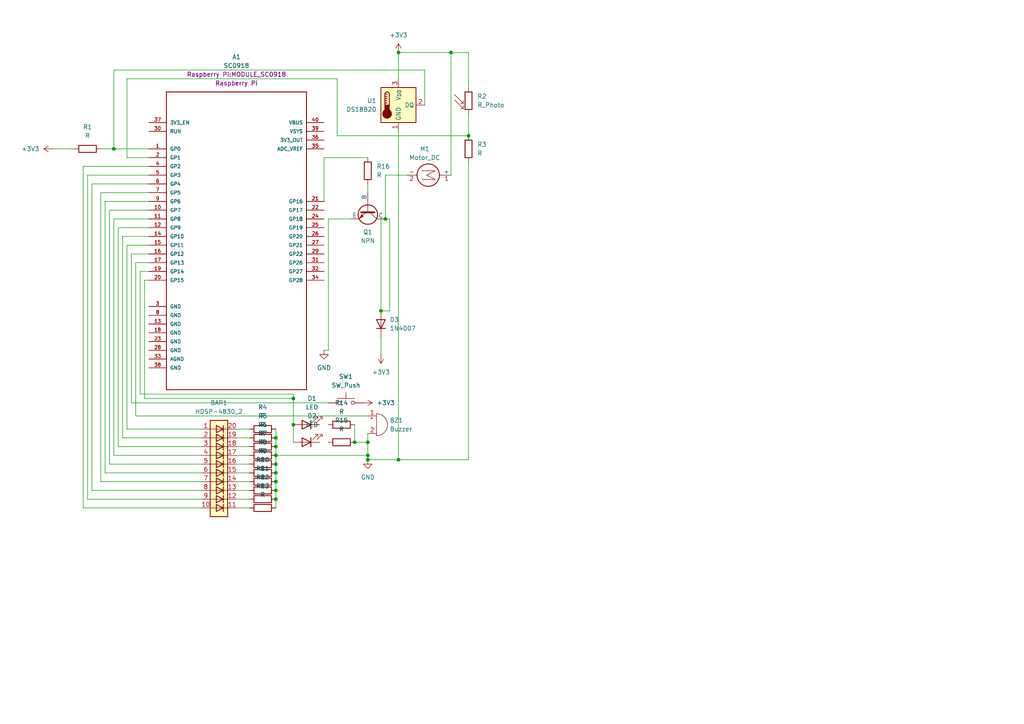
<source format=kicad_sch>
(kicad_sch (version 20231120) (generator "eeschema") (generator_version "8.0")
  (paper "A4")
  (lib_symbols
    (symbol "Device:Buzzer" (pin_names (offset 0.0254) hide)
      (property "Reference" "BZ" (at 3.81 1.27 0))
      (property "Value" "Buzzer" (at 3.81 -1.27 0))
      (symbol "Buzzer_0_1"
        (arc (start 0 -3.175) (mid 3.1612 0) (end 0 3.175))
        (polyline (pts (xy -1.651 1.905) (xy -1.143 1.905)))
        (polyline (pts (xy -1.397 2.159) (xy -1.397 1.651)))
        (polyline (pts (xy 0 3.175) (xy 0 -3.175)))
      )
      (symbol "Buzzer_1_1"
        (pin passive line (at -2.54 2.54 0) (length 2.54) (name "+") (number "1"))
        (pin passive line (at -2.54 -2.54 0) (length 2.54) (name "-") (number "2"))
      )
    )
    (symbol "Device:LED" (pin_numbers hide) (pin_names (offset 1.016) hide)
      (property "Reference" "D" (at 0 2.54 0))
      (property "Value" "LED" (at 0 -2.54 0))
      (symbol "LED_0_1"
        (polyline (pts (xy -1.27 -1.27) (xy -1.27 1.27)) (stroke (width 0.254)))
        (polyline (pts (xy -1.27 0) (xy 1.27 0)))
        (polyline (pts (xy 1.27 -1.27) (xy 1.27 1.27) (xy -1.27 0) (xy 1.27 -1.27)) (stroke (width 0.254)))
        (polyline (pts (xy -3.048 -0.762) (xy -4.572 -2.286) (xy -3.81 -2.286) (xy -4.572 -2.286) (xy -4.572 -1.524)))
        (polyline (pts (xy -1.778 -0.762) (xy -3.302 -2.286) (xy -2.54 -2.286) (xy -3.302 -2.286) (xy -3.302 -1.524)))
      )
      (symbol "LED_1_1"
        (pin passive line (at -3.81 0 0) (length 2.54) (name "K") (number "1"))
        (pin passive line (at 3.81 0 180) (length 2.54) (name "A") (number "2"))
      )
    )
    (symbol "Device:R" (pin_numbers hide) (pin_names (offset 0))
      (property "Reference" "R" (at 2.032 0 90))
      (property "Value" "R" (at 0 0 90))
      (symbol "R_0_1"
        (rectangle (start -1.016 -2.54) (end 1.016 2.54) (stroke (width 0.254)))
      )
      (symbol "R_1_1"
        (pin passive line (at 0 3.81 270) (length 1.27) (name "~") (number "1"))
        (pin passive line (at 0 -3.81 90) (length 1.27) (name "~") (number "2"))
      )
    )
    (symbol "Device:R_Photo" (pin_numbers hide) (pin_names (offset 0))
      (property "Reference" "R" (at 1.27 1.27 0))
      (property "Value" "R_Photo" (at 1.27 0 0))
      (symbol "R_Photo_0_1"
        (rectangle (start -1.016 2.54) (end 1.016 -2.54) (stroke (width 0.254)))
        (polyline (pts (xy -1.524 -2.286) (xy -4.064 0.254)))
        (polyline (pts (xy -1.524 -2.286) (xy -2.286 -2.286)))
        (polyline (pts (xy -1.524 -2.286) (xy -1.524 -1.524)))
        (polyline (pts (xy -1.524 -0.762) (xy -4.064 1.778)))
        (polyline (pts (xy -1.524 -0.762) (xy -2.286 -0.762)))
        (polyline (pts (xy -1.524 -0.762) (xy -1.524 0)))
      )
      (symbol "R_Photo_1_1"
        (pin passive line (at 0 3.81 270) (length 1.27) (name "~") (number "1"))
        (pin passive line (at 0 -3.81 90) (length 1.27) (name "~") (number "2"))
      )
    )
    (symbol "Diode:1N4007" (pin_numbers hide) (pin_names hide)
      (property "Reference" "D" (at 0 2.54 0))
      (property "Value" "1N4007" (at 0 -2.54 0))
      (symbol "1N4007_0_1"
        (polyline (pts (xy -1.27 1.27) (xy -1.27 -1.27)) (stroke (width 0.254)))
        (polyline (pts (xy 1.27 0) (xy -1.27 0)))
        (polyline (pts (xy 1.27 1.27) (xy 1.27 -1.27) (xy -1.27 0) (xy 1.27 1.27)) (stroke (width 0.254)))
      )
      (symbol "1N4007_1_1"
        (pin passive line (at -3.81 0 0) (length 2.54) (name "K") (number "1"))
        (pin passive line (at 3.81 0 180) (length 2.54) (name "A") (number "2"))
      )
    )
    (symbol "LED:HDSP-4830_2" (pin_names (offset 1.016) hide)
      (property "Reference" "BAR" (at 0 15.24 0))
      (property "Value" "HDSP-4830_2" (at 0 -17.78 0))
      (symbol "HDSP-4830_2_0_1"
        (rectangle (start -2.54 12.7) (end 2.54 -15.24) (stroke (width 0.254)) (fill (type background)))
        (polyline (pts (xy -2.54 -12.7) (xy 2.54 -12.7)))
        (polyline (pts (xy -2.54 -10.16) (xy 2.54 -10.16)))
        (polyline (pts (xy -2.54 -7.62) (xy 2.54 -7.62)))
        (polyline (pts (xy -2.54 -5.08) (xy 2.54 -5.08)))
        (polyline (pts (xy -2.54 0) (xy 2.54 0)))
        (polyline (pts (xy -2.54 5.08) (xy 2.54 5.08)))
        (polyline (pts (xy -2.54 7.62) (xy 2.54 7.62)))
        (polyline (pts (xy -2.54 10.16) (xy 2.54 10.16)))
        (polyline (pts (xy 1.27 -11.684) (xy 1.27 -13.716)) (stroke (width 0.254)))
        (polyline (pts (xy 1.27 -9.144) (xy 1.27 -11.176)) (stroke (width 0.254)))
        (polyline (pts (xy 1.27 -6.604) (xy 1.27 -8.636)) (stroke (width 0.254)))
        (polyline (pts (xy 1.27 -4.064) (xy 1.27 -6.096)) (stroke (width 0.254)))
        (polyline (pts (xy 1.27 -1.524) (xy 1.27 -3.556)) (stroke (width 0.254)))
        (polyline (pts (xy 1.27 1.016) (xy 1.27 -1.016)) (stroke (width 0.254)))
        (polyline (pts (xy 1.27 3.556) (xy 1.27 1.524)) (stroke (width 0.254)))
        (polyline (pts (xy 1.27 6.096) (xy 1.27 4.064)) (stroke (width 0.254)))
        (polyline (pts (xy 1.27 8.636) (xy 1.27 6.604)) (stroke (width 0.254)))
        (polyline (pts (xy 1.27 11.176) (xy 1.27 9.144)) (stroke (width 0.254)))
        (polyline (pts (xy 2.54 -2.54) (xy -2.54 -2.54)))
        (polyline (pts (xy 2.54 2.54) (xy -2.54 2.54)))
        (polyline (pts (xy -0.762 -11.684) (xy -0.762 -13.716) (xy 1.27 -12.7) (xy -0.762 -11.684)) (stroke (width 0.254)))
        (polyline (pts (xy -0.762 -9.144) (xy -0.762 -11.176) (xy 1.27 -10.16) (xy -0.762 -9.144)) (stroke (width 0.254)))
        (polyline (pts (xy -0.762 -6.604) (xy -0.762 -8.636) (xy 1.27 -7.62) (xy -0.762 -6.604)) (stroke (width 0.254)))
        (polyline (pts (xy -0.762 -4.064) (xy -0.762 -6.096) (xy 1.27 -5.08) (xy -0.762 -4.064)) (stroke (width 0.254)))
        (polyline (pts (xy -0.762 -1.524) (xy -0.762 -3.556) (xy 1.27 -2.54) (xy -0.762 -1.524)) (stroke (width 0.254)))
        (polyline (pts (xy -0.762 1.016) (xy -0.762 -1.016) (xy 1.27 0) (xy -0.762 1.016)) (stroke (width 0.254)))
        (polyline (pts (xy -0.762 3.556) (xy -0.762 1.524) (xy 1.27 2.54) (xy -0.762 3.556)) (stroke (width 0.254)))
        (polyline (pts (xy -0.762 6.096) (xy -0.762 4.064) (xy 1.27 5.08) (xy -0.762 6.096)) (stroke (width 0.254)))
        (polyline (pts (xy -0.762 8.636) (xy -0.762 6.604) (xy 1.27 7.62) (xy -0.762 8.636)) (stroke (width 0.254)))
        (polyline (pts (xy -0.762 11.176) (xy -0.762 9.144) (xy 1.27 10.16) (xy -0.762 11.176)) (stroke (width 0.254)))
      )
      (symbol "HDSP-4830_2_1_1"
        (pin passive line (at -5.08 10.16 0) (length 2.54) (name "A") (number "1"))
        (pin passive line (at -5.08 -12.7 0) (length 2.54) (name "A") (number "10"))
        (pin passive line (at 5.08 -12.7 180) (length 2.54) (name "K") (number "11"))
        (pin passive line (at 5.08 -10.16 180) (length 2.54) (name "K") (number "12"))
        (pin passive line (at 5.08 -7.62 180) (length 2.54) (name "K") (number "13"))
        (pin passive line (at 5.08 -5.08 180) (length 2.54) (name "K") (number "14"))
        (pin passive line (at 5.08 -2.54 180) (length 2.54) (name "K") (number "15"))
        (pin passive line (at 5.08 0 180) (length 2.54) (name "K") (number "16"))
        (pin passive line (at 5.08 2.54 180) (length 2.54) (name "K") (number "17"))
        (pin passive line (at 5.08 5.08 180) (length 2.54) (name "K") (number "18"))
        (pin passive line (at 5.08 7.62 180) (length 2.54) (name "K") (number "19"))
        (pin passive line (at -5.08 7.62 0) (length 2.54) (name "A") (number "2"))
        (pin passive line (at 5.08 10.16 180) (length 2.54) (name "K") (number "20"))
        (pin passive line (at -5.08 5.08 0) (length 2.54) (name "A") (number "3"))
        (pin passive line (at -5.08 2.54 0) (length 2.54) (name "A") (number "4"))
        (pin passive line (at -5.08 0 0) (length 2.54) (name "A") (number "5"))
        (pin passive line (at -5.08 -2.54 0) (length 2.54) (name "A") (number "6"))
        (pin passive line (at -5.08 -5.08 0) (length 2.54) (name "A") (number "7"))
        (pin passive line (at -5.08 -7.62 0) (length 2.54) (name "A") (number "8"))
        (pin passive line (at -5.08 -10.16 0) (length 2.54) (name "A") (number "9"))
      )
    )
    (symbol "Motor:Motor_DC" (pin_names (offset 0))
      (property "Reference" "M" (at 2.54 2.54 0))
      (property "Value" "Motor_DC" (at 2.54 -5.08 0))
      (symbol "Motor_DC_0_0"
        (polyline (pts (xy -1.27 -3.302) (xy -1.27 0.508) (xy 0 -2.032) (xy 1.27 0.508) (xy 1.27 -3.302)))
      )
      (symbol "Motor_DC_0_1"
        (circle (center 0 -1.524) (radius 3.2512) (stroke (width 0.254)))
        (polyline (pts (xy 0 -7.62) (xy 0 -7.112)))
        (polyline (pts (xy 0 -4.7752) (xy 0 -5.1816)))
        (polyline (pts (xy 0 1.7272) (xy 0 2.0828)))
        (polyline (pts (xy 0 2.032) (xy 0 2.54)))
      )
      (symbol "Motor_DC_1_1"
        (pin passive line (at 0 5.08 270) (length 2.54) (name "+") (number "1"))
        (pin passive line (at 0 -7.62 90) (length 2.54) (name "-") (number "2"))
      )
    )
    (symbol "Pico_w:SC0918" (pin_names (offset 1.016))
      (property "Reference" "A1" (at 0 58.42 0))
      (property "Value" "SC0918" (at 0 55.88 0))
      (property "Footprint" "Raspberry Pi:MODULE_SC0918" (at -12.7 -46.99 0))
      (property "manufacturer" "Raspberry Pi" (at 0 53.34 0))
      (symbol "SC0918_0_0"
        (rectangle (start -20.32 -43.18) (end 20.32 43.18) (stroke (width 0.254)))
        (pin bidirectional line (at -25.4 26.67 0) (length 5.08) (name "GP0") (number "1"))
        (pin bidirectional line (at -25.4 8.89 0) (length 5.08) (name "GP7") (number "10"))
        (pin bidirectional line (at -25.4 6.35 0) (length 5.08) (name "GP8") (number "11"))
        (pin bidirectional line (at -25.4 3.81 0) (length 5.08) (name "GP9") (number "12"))
        (pin power_in line (at -25.4 -24.13 0) (length 5.08) (name "GND") (number "13"))
        (pin bidirectional line (at -25.4 1.27 0) (length 5.08) (name "GP10") (number "14"))
        (pin bidirectional line (at -25.4 -1.27 0) (length 5.08) (name "GP11") (number "15"))
        (pin bidirectional line (at -25.4 -3.81 0) (length 5.08) (name "GP12") (number "16"))
        (pin bidirectional line (at -25.4 -6.35 0) (length 5.08) (name "GP13") (number "17"))
        (pin power_in line (at -25.4 -26.67 0) (length 5.08) (name "GND") (number "18"))
        (pin bidirectional line (at -25.4 -8.89 0) (length 5.08) (name "GP14") (number "19"))
        (pin bidirectional line (at -25.4 24.13 0) (length 5.08) (name "GP1") (number "2"))
        (pin bidirectional line (at -25.4 -11.43 0) (length 5.08) (name "GP15") (number "20"))
        (pin bidirectional line (at 25.4 11.43 180) (length 5.08) (name "GP16") (number "21"))
        (pin bidirectional line (at 25.4 8.89 180) (length 5.08) (name "GP17") (number "22"))
        (pin power_in line (at -25.4 -29.21 0) (length 5.08) (name "GND") (number "23"))
        (pin bidirectional line (at 25.4 6.35 180) (length 5.08) (name "GP18") (number "24"))
        (pin bidirectional line (at 25.4 3.81 180) (length 5.08) (name "GP19") (number "25"))
        (pin bidirectional line (at 25.4 1.27 180) (length 5.08) (name "GP20") (number "26"))
        (pin bidirectional line (at 25.4 -1.27 180) (length 5.08) (name "GP21") (number "27"))
        (pin power_in line (at -25.4 -31.75 0) (length 5.08) (name "GND") (number "28"))
        (pin bidirectional line (at 25.4 -3.81 180) (length 5.08) (name "GP22") (number "29"))
        (pin power_in line (at -25.4 -19.05 0) (length 5.08) (name "GND") (number "3"))
        (pin input line (at -25.4 31.75 0) (length 5.08) (name "RUN") (number "30"))
        (pin bidirectional line (at 25.4 -6.35 180) (length 5.08) (name "GP26") (number "31"))
        (pin bidirectional line (at 25.4 -8.89 180) (length 5.08) (name "GP27") (number "32"))
        (pin power_in line (at -25.4 -34.29 0) (length 5.08) (name "AGND") (number "33"))
        (pin bidirectional line (at 25.4 -11.43 180) (length 5.08) (name "GP28") (number "34"))
        (pin power_in line (at 25.4 26.67 180) (length 5.08) (name "ADC_VREF") (number "35"))
        (pin power_in line (at 25.4 29.21 180) (length 5.08) (name "3V3_OUT") (number "36"))
        (pin input line (at -25.4 34.29 0) (length 5.08) (name "3V3_EN") (number "37"))
        (pin power_in line (at -25.4 -36.83 0) (length 5.08) (name "GND") (number "38"))
        (pin free line (at 25.4 31.75 180) (length 5.08) (name "VSYS") (number "39"))
        (pin bidirectional line (at -25.4 21.59 0) (length 5.08) (name "GP2") (number "4"))
        (pin free line (at 25.4 34.29 180) (length 5.08) (name "VBUS") (number "40"))
        (pin bidirectional line (at -25.4 19.05 0) (length 5.08) (name "GP3") (number "5"))
        (pin bidirectional line (at -25.4 16.51 0) (length 5.08) (name "GP4") (number "6"))
        (pin bidirectional line (at -25.4 13.97 0) (length 5.08) (name "GP5") (number "7"))
        (pin power_in line (at -25.4 -21.59 0) (length 5.08) (name "GND") (number "8"))
        (pin bidirectional line (at -25.4 11.43 0) (length 5.08) (name "GP6") (number "9"))
      )
    )
    (symbol "Sensor_Temperature:DS18B20"
      (property "Reference" "U" (at -3.81 6.35 0))
      (property "Value" "DS18B20" (at 6.35 6.35 0))
      (symbol "DS18B20_0_1"
        (rectangle (start -5.08 5.08) (end 5.08 -5.08) (stroke (width 0.254)) (fill (type background)))
        (circle (center -3.302 -2.54) (radius 1.27) (stroke (width 0.254)) (fill (type outline)))
        (rectangle (start -2.667 -1.905) (end -3.937 0) (stroke (width 0.254)) (fill (type outline)))
        (arc (start -2.667 3.175) (mid -3.302 3.8073) (end -3.937 3.175) (stroke (width 0.254)))
        (polyline (pts (xy -3.937 0.635) (xy -3.302 0.635)) (stroke (width 0.254)))
        (polyline (pts (xy -3.937 1.27) (xy -3.302 1.27)) (stroke (width 0.254)))
        (polyline (pts (xy -3.937 1.905) (xy -3.302 1.905)) (stroke (width 0.254)))
        (polyline (pts (xy -3.937 2.54) (xy -3.302 2.54)) (stroke (width 0.254)))
        (polyline (pts (xy -3.937 3.175) (xy -3.937 0)) (stroke (width 0.254)))
        (polyline (pts (xy -3.937 3.175) (xy -3.302 3.175)) (stroke (width 0.254)))
        (polyline (pts (xy -2.667 3.175) (xy -2.667 0)) (stroke (width 0.254)))
      )
      (symbol "DS18B20_1_1"
        (pin power_in line (at 0 -7.62 90) (length 2.54) (name "GND") (number "1"))
        (pin bidirectional line (at 7.62 0 180) (length 2.54) (name "DQ") (number "2"))
        (pin power_in line (at 0 7.62 270) (length 2.54) (name "V_{DD}") (number "3"))
      )
    )
    (symbol "Simulation_SPICE:NPN" (pin_numbers hide) (pin_names (offset 0))
      (property "Reference" "Q" (at -2.54 7.62 0))
      (property "Value" "NPN" (at -2.54 5.08 0))
      (symbol "NPN_0_1"
        (polyline (pts (xy -2.54 0) (xy 0.635 0)) (stroke (width 0.1524)))
        (polyline (pts (xy 0.635 0.635) (xy 2.54 2.54)))
        (polyline (pts (xy 2.794 -1.27) (xy 2.794 -1.27)) (stroke (width 0.1524)))
        (polyline (pts (xy 2.794 -1.27) (xy 2.794 -1.27)) (stroke (width 0.1524)))
        (polyline (pts (xy 0.635 -0.635) (xy 2.54 -2.54) (xy 2.54 -2.54)))
        (polyline (pts (xy 0.635 1.905) (xy 0.635 -1.905) (xy 0.635 -1.905)) (stroke (width 0.508)))
        (polyline (pts (xy 1.27 -1.778) (xy 1.778 -1.27) (xy 2.286 -2.286) (xy 1.27 -1.778) (xy 1.27 -1.778)) (fill (type outline)))
        (circle (center 1.27 0) (radius 2.8194) (stroke (width 0.254)))
      )
      (symbol "NPN_1_1"
        (pin open_collector line (at 2.54 5.08 270) (length 2.54) (name "C") (number "1"))
        (pin input line (at -5.08 0 0) (length 2.54) (name "B") (number "2"))
        (pin open_emitter line (at 2.54 -5.08 90) (length 2.54) (name "E") (number "3"))
      )
    )
    (symbol "Switch:SW_Push" (pin_numbers hide) (pin_names (offset 1.016) hide)
      (property "Reference" "SW" (at 1.27 2.54 0))
      (property "Value" "SW_Push" (at 0 -1.524 0))
      (symbol "SW_Push_0_1"
        (circle (center -2.032 0) (radius 0.508))
        (polyline (pts (xy 0 1.27) (xy 0 3.048)))
        (polyline (pts (xy 2.54 1.27) (xy -2.54 1.27)))
        (circle (center 2.032 0) (radius 0.508))
        (pin passive line (at -5.08 0 0) (length 2.54) (name "1") (number "1"))
        (pin passive line (at 5.08 0 180) (length 2.54) (name "2") (number "2"))
      )
    )
    (symbol "power:+3V3" (power) (pin_numbers hide) (pin_names (offset 0) hide)
      (property "Value" "+3V3" (at 0 3.556 0))
      (symbol "+3V3_0_1"
        (polyline (pts (xy -0.762 1.27) (xy 0 2.54)))
        (polyline (pts (xy 0 0) (xy 0 2.54)))
        (polyline (pts (xy 0 2.54) (xy 0.762 1.27)))
      )
      (symbol "+3V3_1_1"
        (pin power_in line (at 0 0 90) (length 0) (name "~") (number "1"))
      )
    )
    (symbol "power:GND" (power) (pin_numbers hide) (pin_names (offset 0) hide)
      (property "Value" "GND" (at 0 -3.81 0))
      (symbol "GND_0_1"
        (polyline (pts (xy 0 0) (xy 0 -1.27) (xy 1.27 -1.27) (xy 0 -2.54) (xy -1.27 -1.27) (xy 0 -1.27)))
      )
      (symbol "GND_1_1"
        (pin power_in line (at 0 0 270) (length 0) (name "~") (number "1"))
      )
    )
  )
  (junction (at 106.68 128.27))
  (junction (at 80.01 142.24))
  (junction (at 110.49 90.17))
  (junction (at 115.57 133.35))
  (junction (at 85.09 115.57))
  (junction (at 80.01 134.62))
  (junction (at 80.01 137.16))
  (junction (at 80.01 132.08))
  (junction (at 80.01 129.54))
  (junction (at 80.01 144.78))
  (junction (at 135.89 39.37))
  (junction (at 102.87 128.27))
  (junction (at 106.68 132.08))
  (junction (at 80.01 139.7))
  (junction (at 80.01 127))
  (junction (at 33.02 43.18))
  (junction (at 130.81 15.24))
  (junction (at 111.76 63.5))
  (junction (at 106.68 133.35))
  (junction (at 115.57 15.24))
  (junction (at 85.09 123.19))
  (wire (pts (xy 113.03 90.17) (xy 113.03 63.5)))
  (wire (pts (xy 33.02 43.18) (xy 43.18 43.18)))
  (wire (pts (xy 68.58 132.08) (xy 72.39 132.08)))
  (wire (pts (xy 85.09 123.19) (xy 85.09 128.27)))
  (wire (pts (xy 31.75 134.62) (xy 31.75 60.96)))
  (wire (pts (xy 36.83 22.86) (xy 36.83 45.72)))
  (wire (pts (xy 123.19 20.32) (xy 33.02 20.32)))
  (wire (pts (xy 29.21 139.7) (xy 29.21 55.88)))
  (wire (pts (xy 85.09 114.3) (xy 40.64 114.3)))
  (wire (pts (xy 58.42 137.16) (xy 30.48 137.16)))
  (wire (pts (xy 58.42 144.78) (xy 25.4 144.78)))
  (wire (pts (xy 34.29 129.54) (xy 34.29 66.04)))
  (wire (pts (xy 41.91 81.28) (xy 43.18 81.28)))
  (wire (pts (xy 25.4 144.78) (xy 25.4 50.8)))
  (wire (pts (xy 58.42 124.46) (xy 36.83 124.46)))
  (wire (pts (xy 58.42 134.62) (xy 31.75 134.62)))
  (wire (pts (xy 130.81 15.24) (xy 135.89 15.24)))
  (wire (pts (xy 39.37 76.2) (xy 43.18 76.2)))
  (wire (pts (xy 38.1 73.66) (xy 43.18 73.66)))
  (wire (pts (xy 80.01 137.16) (xy 80.01 139.7)))
  (wire (pts (xy 80.01 129.54) (xy 80.01 132.08)))
  (wire (pts (xy 15.24 43.18) (xy 21.59 43.18)))
  (wire (pts (xy 34.29 66.04) (xy 43.18 66.04)))
  (wire (pts (xy 135.89 133.35) (xy 115.57 133.35)))
  (wire (pts (xy 35.56 68.58) (xy 43.18 68.58)))
  (wire (pts (xy 106.68 125.73) (xy 106.68 128.27)))
  (wire (pts (xy 95.25 101.6) (xy 93.98 101.6)))
  (wire (pts (xy 111.76 50.8) (xy 118.11 50.8)))
  (wire (pts (xy 25.4 50.8) (xy 43.18 50.8)))
  (wire (pts (xy 115.57 15.24) (xy 115.57 22.86)))
  (wire (pts (xy 33.02 20.32) (xy 33.02 43.18)))
  (wire (pts (xy 80.01 139.7) (xy 80.01 142.24)))
  (wire (pts (xy 135.89 25.4) (xy 135.89 15.24)))
  (wire (pts (xy 111.76 63.5) (xy 110.49 63.5)))
  (wire (pts (xy 35.56 127) (xy 35.56 68.58)))
  (wire (pts (xy 68.58 139.7) (xy 72.39 139.7)))
  (wire (pts (xy 80.01 127) (xy 80.01 129.54)))
  (wire (pts (xy 115.57 38.1) (xy 115.57 133.35)))
  (wire (pts (xy 110.49 97.79) (xy 110.49 102.87)))
  (wire (pts (xy 36.83 45.72) (xy 43.18 45.72)))
  (wire (pts (xy 40.64 78.74) (xy 43.18 78.74)))
  (wire (pts (xy 106.68 45.72) (xy 93.98 45.72)))
  (wire (pts (xy 29.21 43.18) (xy 33.02 43.18)))
  (wire (pts (xy 102.87 123.19) (xy 102.87 128.27)))
  (wire (pts (xy 58.42 127) (xy 35.56 127)))
  (wire (pts (xy 58.42 139.7) (xy 29.21 139.7)))
  (wire (pts (xy 106.68 120.65) (xy 39.37 120.65)))
  (wire (pts (xy 97.79 22.86) (xy 36.83 22.86)))
  (wire (pts (xy 26.67 53.34) (xy 43.18 53.34)))
  (wire (pts (xy 106.68 53.34) (xy 106.68 55.88)))
  (wire (pts (xy 68.58 147.32) (xy 72.39 147.32)))
  (wire (pts (xy 68.58 124.46) (xy 72.39 124.46)))
  (wire (pts (xy 31.75 60.96) (xy 43.18 60.96)))
  (wire (pts (xy 40.64 114.3) (xy 40.64 78.74)))
  (wire (pts (xy 68.58 129.54) (xy 72.39 129.54)))
  (wire (pts (xy 123.19 30.48) (xy 123.19 20.32)))
  (wire (pts (xy 80.01 124.46) (xy 80.01 127)))
  (wire (pts (xy 58.42 147.32) (xy 24.13 147.32)))
  (wire (pts (xy 26.67 142.24) (xy 26.67 53.34)))
  (wire (pts (xy 115.57 133.35) (xy 106.68 133.35)))
  (wire (pts (xy 97.79 39.37) (xy 97.79 22.86)))
  (wire (pts (xy 24.13 48.26) (xy 43.18 48.26)))
  (wire (pts (xy 113.03 63.5) (xy 111.76 63.5)))
  (wire (pts (xy 36.83 71.12) (xy 43.18 71.12)))
  (wire (pts (xy 93.98 45.72) (xy 93.98 58.42)))
  (wire (pts (xy 80.01 142.24) (xy 80.01 144.78)))
  (wire (pts (xy 68.58 127) (xy 72.39 127)))
  (wire (pts (xy 135.89 33.02) (xy 135.89 39.37)))
  (wire (pts (xy 68.58 144.78) (xy 72.39 144.78)))
  (wire (pts (xy 30.48 137.16) (xy 30.48 58.42)))
  (wire (pts (xy 30.48 58.42) (xy 43.18 58.42)))
  (wire (pts (xy 33.02 63.5) (xy 43.18 63.5)))
  (wire (pts (xy 130.81 50.8) (xy 130.81 15.24)))
  (wire (pts (xy 135.89 39.37) (xy 97.79 39.37)))
  (wire (pts (xy 85.09 115.57) (xy 85.09 123.19)))
  (wire (pts (xy 101.6 63.5) (xy 95.25 63.5)))
  (wire (pts (xy 80.01 132.08) (xy 106.68 132.08)))
  (wire (pts (xy 36.83 124.46) (xy 36.83 71.12)))
  (wire (pts (xy 38.1 116.84) (xy 38.1 73.66)))
  (wire (pts (xy 102.87 128.27) (xy 106.68 128.27)))
  (wire (pts (xy 80.01 134.62) (xy 80.01 137.16)))
  (wire (pts (xy 95.25 116.84) (xy 38.1 116.84)))
  (wire (pts (xy 85.09 114.3) (xy 85.09 115.57)))
  (wire (pts (xy 29.21 55.88) (xy 43.18 55.88)))
  (wire (pts (xy 85.09 115.57) (xy 41.91 115.57)))
  (wire (pts (xy 80.01 144.78) (xy 80.01 147.32)))
  (wire (pts (xy 95.25 63.5) (xy 95.25 101.6)))
  (wire (pts (xy 68.58 134.62) (xy 72.39 134.62)))
  (wire (pts (xy 80.01 132.08) (xy 80.01 134.62)))
  (wire (pts (xy 111.76 63.5) (xy 111.76 50.8)))
  (wire (pts (xy 41.91 115.57) (xy 41.91 81.28)))
  (wire (pts (xy 115.57 15.24) (xy 130.81 15.24)))
  (wire (pts (xy 110.49 90.17) (xy 113.03 90.17)))
  (wire (pts (xy 58.42 132.08) (xy 33.02 132.08)))
  (wire (pts (xy 68.58 142.24) (xy 72.39 142.24)))
  (wire (pts (xy 106.68 132.08) (xy 106.68 133.35)))
  (wire (pts (xy 110.49 63.5) (xy 110.49 90.17)))
  (wire (pts (xy 58.42 129.54) (xy 34.29 129.54)))
  (wire (pts (xy 33.02 132.08) (xy 33.02 63.5)))
  (wire (pts (xy 58.42 142.24) (xy 26.67 142.24)))
  (wire (pts (xy 106.68 128.27) (xy 106.68 132.08)))
  (wire (pts (xy 68.58 137.16) (xy 72.39 137.16)))
  (wire (pts (xy 135.89 46.99) (xy 135.89 133.35)))
  (wire (pts (xy 24.13 147.32) (xy 24.13 48.26)))
  (wire (pts (xy 39.37 120.65) (xy 39.37 76.2)))
  (symbol (lib_id "Device:R") (at 76.2 129.54 90) (unit 1)
    (property "Reference" "R6" (at 76.2 123.19 90))
    (property "Value" "R" (at 76.2 125.73 90))
    (property "Description" "Resistor" (effects (hide yes)))
  )
  (symbol (lib_id "power:+3V3") (at 110.49 102.87 180) (unit 1)
    (property "Reference" "#PWR06" (effects (hide yes)))
    (property "Value" "+3V3" (at 110.49 107.95 0))
    (property "Description" "Power symbol creates a global label with name \"+3V3\"" (effects (hide yes)))
  )
  (symbol (lib_id "Device:R") (at 76.2 147.32 90) (unit 1)
    (property "Reference" "R13" (at 76.2 140.97 90))
    (property "Value" "R" (at 76.2 143.51 90))
    (property "Description" "Resistor" (effects (hide yes)))
  )
  (symbol (lib_id "Device:R") (at 76.2 144.78 90) (unit 1)
    (property "Reference" "R12" (at 76.2 138.43 90))
    (property "Value" "R" (at 76.2 140.97 90))
    (property "Description" "Resistor" (effects (hide yes)))
  )
  (symbol (lib_id "power:GND") (at 93.98 101.6 0) (unit 1)
    (property "Reference" "#PWR05" (effects (hide yes)))
    (property "Value" "GND" (at 93.98 106.68 0))
    (property "Description" "Power symbol creates a global label with name \"GND\" , ground" (effects (hide yes)))
  )
  (symbol (lib_id "Device:Buzzer") (at 109.22 123.19 0) (unit 1)
    (property "Reference" "BZ1" (at 113.03 121.9199 0) (effects (justify left)))
    (property "Value" "Buzzer" (at 113.03 124.4599 0) (effects (justify left)))
    (property "Description" "Buzzer, polarized" (effects (hide yes)))
  )
  (symbol (lib_id "Device:R") (at 76.2 127 90) (unit 1)
    (property "Reference" "R5" (at 76.2 120.65 90))
    (property "Value" "R" (at 76.2 123.19 90))
    (property "Description" "Resistor" (effects (hide yes)))
  )
  (symbol (lib_id "Device:R") (at 25.4 43.18 90) (unit 1)
    (property "Reference" "R1" (at 25.4 36.83 90))
    (property "Value" "R" (at 25.4 39.37 90))
    (property "Description" "Resistor" (effects (hide yes)))
  )
  (symbol (lib_id "Device:R") (at 106.68 49.53 0) (unit 1)
    (property "Reference" "R16" (at 109.22 48.2599 0) (effects (justify left)))
    (property "Value" "R" (at 109.22 50.7999 0) (effects (justify left)))
    (property "Description" "Resistor" (effects (hide yes)))
  )
  (symbol (lib_id "Device:R") (at 76.2 134.62 90) (unit 1)
    (property "Reference" "R8" (at 76.2 128.27 90))
    (property "Value" "R" (at 76.2 130.81 90))
    (property "Description" "Resistor" (effects (hide yes)))
  )
  (symbol (lib_id "Device:R") (at 76.2 142.24 90) (unit 1)
    (property "Reference" "R11" (at 76.2 135.89 90))
    (property "Value" "R" (at 76.2 138.43 90))
    (property "Description" "Resistor" (effects (hide yes)))
  )
  (symbol (lib_id "Pico_w:SC0918") (at 68.58 69.85 0) (unit 1)
    (property "Reference" "A1" (at 68.58 16.51 0))
    (property "Value" "SC0918" (at 68.58 19.05 0))
    (property "Footprint" "Raspberry Pi:MODULE_SC0918" (at 68.58 21.59 0))
    (property "Datasheet" "https://datasheets.raspberrypi.com/picow/pico-w-datasheet.pdf" (effects (hide yes)))
    (property "manufacturer" "Raspberry Pi" (at 68.58 24.13 0))
    (property "P/N" "SC0918" (effects (hide yes)))
    (property "PARTREV" "1.6" (effects (hide yes)))
    (property "MAXIMUM_PACKAGE_HEIGHT" "3.73mm" (effects (hide yes)))
  )
  (symbol (lib_id "Switch:SW_Push") (at 100.33 116.84 0) (unit 1)
    (property "Reference" "SW1" (at 100.33 109.22 0))
    (property "Value" "SW_Push" (at 100.33 111.76 0))
    (property "Description" "Push button switch, generic, two pins" (effects (hide yes)))
  )
  (symbol (lib_id "Device:LED") (at 88.9 128.27 180) (unit 1)
    (property "Reference" "D2" (at 90.4875 120.65 0))
    (property "Value" "LED" (at 90.4875 123.19 0))
    (property "Description" "Light emitting diode" (effects (hide yes)))
  )
  (symbol (lib_id "Motor:Motor_DC") (at 125.73 50.8 270) (unit 1)
    (property "Reference" "M1" (at 123.19 43.18 90))
    (property "Value" "Motor_DC" (at 123.19 45.72 90))
    (property "Description" "DC Motor" (effects (hide yes)))
  )
  (symbol (lib_id "Device:R") (at 76.2 137.16 90) (unit 1)
    (property "Reference" "R9" (at 76.2 130.81 90))
    (property "Value" "R" (at 76.2 133.35 90))
    (property "Description" "Resistor" (effects (hide yes)))
  )
  (symbol (lib_id "power:GND") (at 106.68 133.35 0) (unit 1)
    (property "Reference" "#PWR01" (effects (hide yes)))
    (property "Value" "GND" (at 106.68 138.43 0))
    (property "Description" "Power symbol creates a global label with name \"GND\" , ground" (effects (hide yes)))
  )
  (symbol (lib_id "LED:HDSP-4830_2") (at 63.5 134.62 0) (unit 1)
    (property "Reference" "BAR1" (at 63.5 116.84 0))
    (property "Value" "HDSP-4830_2" (at 63.5 119.38 0))
    (property "Footprint" "Display:HDSP-4830" (effects (hide yes)))
    (property "Datasheet" "https://docs.broadcom.com/docs/AV02-1798EN" (effects (hide yes)))
    (property "Description" "BAR GRAPH 10 segment block, high efficiency red" (effects (hide yes)))
  )
  (symbol (lib_id "Device:R") (at 99.06 123.19 90) (unit 1)
    (property "Reference" "R14" (at 99.06 116.84 90))
    (property "Value" "R" (at 99.06 119.38 90))
    (property "Description" "Resistor" (effects (hide yes)))
  )
  (symbol (lib_id "Device:R") (at 135.89 43.18 0) (unit 1)
    (property "Reference" "R3" (at 138.43 41.9099 0) (effects (justify left)))
    (property "Value" "R" (at 138.43 44.4499 0) (effects (justify left)))
    (property "Description" "Resistor" (effects (hide yes)))
  )
  (symbol (lib_id "Sensor_Temperature:DS18B20") (at 115.57 30.48 0) (unit 1)
    (property "Reference" "U1" (at 109.22 29.2099 0) (effects (justify right)))
    (property "Value" "DS18B20" (at 109.22 31.7499 0) (effects (justify right)))
    (property "Footprint" "Package_TO_SOT_THT:TO-92_Inline" (effects (hide yes)))
    (property "Datasheet" "http://datasheets.maximintegrated.com/en/ds/DS18B20.pdf" (effects (hide yes)))
    (property "Description" "Programmable Resolution 1-Wire Digital Thermometer TO-92" (effects (hide yes)))
  )
  (symbol (lib_id "power:+3V3") (at 15.24 43.18 90) (unit 1)
    (property "Reference" "#PWR02" (effects (hide yes)))
    (property "Value" "+3V3" (at 11.43 43.1799 90) (effects (justify left)))
    (property "Description" "Power symbol creates a global label with name \"+3V3\"" (effects (hide yes)))
  )
  (symbol (lib_id "Diode:1N4007") (at 110.49 93.98 90) (unit 1)
    (property "Reference" "D3" (at 113.03 92.7099 90) (effects (justify right)))
    (property "Value" "1N4007" (at 113.03 95.2499 90) (effects (justify right)))
    (property "Footprint" "Diode_THT:D_DO-41_SOD81_P10.16mm_Horizontal" (effects (hide yes)))
    (property "Datasheet" "http://www.vishay.com/docs/88503/1n4001.pdf" (effects (hide yes)))
    (property "Description" "1000V 1A General Purpose Rectifier Diode, DO-41" (effects (hide yes)))
    (property "Sim.Device" "D" (effects (hide yes)))
    (property "Sim.Pins" "1=K 2=A" (effects (hide yes)))
  )
  (symbol (lib_id "Device:R") (at 99.06 128.27 90) (unit 1)
    (property "Reference" "R15" (at 99.06 121.92 90))
    (property "Value" "R" (at 99.06 124.46 90))
    (property "Description" "Resistor" (effects (hide yes)))
  )
  (symbol (lib_id "Device:R") (at 76.2 124.46 90) (unit 1)
    (property "Reference" "R4" (at 76.2 118.11 90))
    (property "Value" "R" (at 76.2 120.65 90))
    (property "Description" "Resistor" (effects (hide yes)))
  )
  (symbol (lib_id "Device:R") (at 76.2 139.7 90) (unit 1)
    (property "Reference" "R10" (at 76.2 133.35 90))
    (property "Value" "R" (at 76.2 135.89 90))
    (property "Description" "Resistor" (effects (hide yes)))
  )
  (symbol (lib_id "Device:R_Photo") (at 135.89 29.21 0) (unit 1)
    (property "Reference" "R2" (at 138.43 27.9399 0) (effects (justify left)))
    (property "Value" "R_Photo" (at 138.43 30.4799 0) (effects (justify left)))
    (property "Description" "Photoresistor" (effects (hide yes)))
  )
  (symbol (lib_id "Device:LED") (at 88.9 123.19 180) (unit 1)
    (property "Reference" "D1" (at 90.4875 115.57 0))
    (property "Value" "LED" (at 90.4875 118.11 0))
    (property "Description" "Light emitting diode" (effects (hide yes)))
  )
  (symbol (lib_id "power:+3V3") (at 105.41 116.84 270) (unit 1)
    (property "Reference" "#PWR04" (effects (hide yes)))
    (property "Value" "+3V3" (at 109.22 116.8399 90) (effects (justify left)))
    (property "Description" "Power symbol creates a global label with name \"+3V3\"" (effects (hide yes)))
  )
  (symbol (lib_id "power:+3V3") (at 115.57 15.24 0) (unit 1)
    (property "Reference" "#PWR03" (effects (hide yes)))
    (property "Value" "+3V3" (at 115.57 10.16 0))
    (property "Description" "Power symbol creates a global label with name \"+3V3\"" (effects (hide yes)))
  )
  (symbol (lib_id "Device:R") (at 76.2 132.08 90) (unit 1)
    (property "Reference" "R7" (at 76.2 125.73 90))
    (property "Value" "R" (at 76.2 128.27 90))
    (property "Description" "Resistor" (effects (hide yes)))
  )
  (symbol (lib_id "Simulation_SPICE:NPN") (at 106.68 60.96 270) (unit 1)
    (property "Reference" "Q1" (at 106.68 67.31 90))
    (property "Value" "NPN" (at 106.68 69.85 90))
    (property "Datasheet" "https://ngspice.sourceforge.io/docs/ngspice-html-manual/manual.xhtml#cha_BJTs" (effects (hide yes)))
    (property "Description" "Bipolar transistor symbol for simulation only, substrate tied to the emitter" (effects (hide yes)))
    (property "Sim.Device" "NPN" (effects (hide yes)))
    (property "Sim.Type" "GUMMELPOON" (effects (hide yes)))
    (property "Sim.Pins" "1=C 2=B 3=E" (effects (hide yes)))
  )
)
</source>
